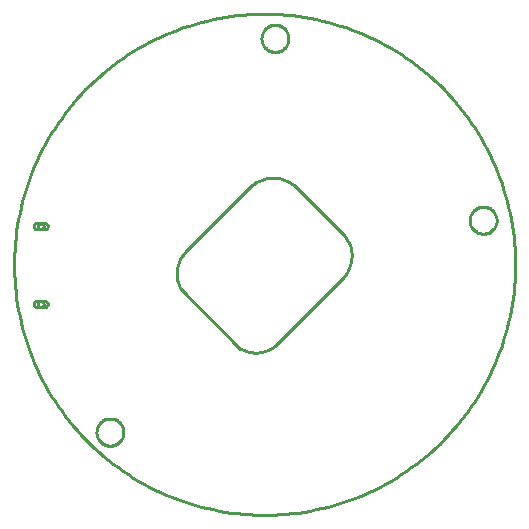
<source format=gbr>
G04 EAGLE Gerber RS-274X export*
G75*
%MOMM*%
%FSLAX34Y34*%
%LPD*%
%IN*%
%IPPOS*%
%AMOC8*
5,1,8,0,0,1.08239X$1,22.5*%
G01*
%ADD10C,0.254000*%


D10*
X425543Y-20939D02*
X425543Y-15733D01*
X425415Y-10529D01*
X425160Y-5329D01*
X424777Y-138D01*
X424267Y5043D01*
X423630Y10210D01*
X422866Y15359D01*
X421976Y20488D01*
X420960Y25594D01*
X419820Y30673D01*
X418555Y35723D01*
X417166Y40740D01*
X415655Y45721D01*
X414022Y50664D01*
X412268Y55566D01*
X410395Y60423D01*
X408403Y65232D01*
X406293Y69991D01*
X404067Y74697D01*
X401727Y79347D01*
X399273Y83938D01*
X396707Y88468D01*
X394031Y92933D01*
X391246Y97331D01*
X388354Y101659D01*
X385356Y105915D01*
X382255Y110097D01*
X379052Y114201D01*
X375750Y118225D01*
X372350Y122167D01*
X368854Y126024D01*
X365264Y129794D01*
X361583Y133475D01*
X357813Y137065D01*
X353956Y140561D01*
X350014Y143961D01*
X345990Y147263D01*
X341886Y150466D01*
X337704Y153567D01*
X333448Y156565D01*
X329120Y159457D01*
X324722Y162242D01*
X320257Y164918D01*
X315727Y167484D01*
X311136Y169938D01*
X306486Y172278D01*
X301780Y174504D01*
X297021Y176614D01*
X292212Y178606D01*
X287355Y180479D01*
X282453Y182233D01*
X277510Y183866D01*
X272529Y185377D01*
X267512Y186766D01*
X262462Y188031D01*
X257383Y189171D01*
X252277Y190187D01*
X247148Y191077D01*
X241999Y191841D01*
X236832Y192478D01*
X231651Y192988D01*
X226460Y193371D01*
X221260Y193626D01*
X216056Y193754D01*
X210850Y193754D01*
X205646Y193626D01*
X200447Y193371D01*
X195255Y192988D01*
X190074Y192478D01*
X184908Y191841D01*
X179758Y191077D01*
X174629Y190187D01*
X169524Y189171D01*
X164444Y188031D01*
X159395Y186766D01*
X154378Y185377D01*
X149396Y183866D01*
X144453Y182233D01*
X139552Y180479D01*
X134695Y178606D01*
X129885Y176614D01*
X125126Y174504D01*
X120420Y172278D01*
X115770Y169938D01*
X111179Y167484D01*
X106650Y164918D01*
X102185Y162242D01*
X97787Y159457D01*
X93458Y156565D01*
X89202Y153567D01*
X85021Y150466D01*
X80917Y147263D01*
X76893Y143961D01*
X72951Y140561D01*
X69094Y137065D01*
X65323Y133475D01*
X61642Y129794D01*
X58053Y126024D01*
X54557Y122167D01*
X51157Y118225D01*
X47854Y114201D01*
X44651Y110097D01*
X41550Y105915D01*
X38553Y101659D01*
X35661Y97331D01*
X32876Y92933D01*
X30199Y88468D01*
X27634Y83938D01*
X25180Y79347D01*
X22839Y74697D01*
X20613Y69991D01*
X18504Y65232D01*
X16512Y60423D01*
X14638Y55566D01*
X12884Y50664D01*
X11251Y45721D01*
X9740Y40740D01*
X8352Y35723D01*
X7087Y30673D01*
X5946Y25594D01*
X4931Y20488D01*
X4041Y15359D01*
X3277Y10210D01*
X2640Y5043D01*
X2129Y-138D01*
X1746Y-5329D01*
X1491Y-10529D01*
X1363Y-15733D01*
X1363Y-20939D01*
X1491Y-26143D01*
X1746Y-31342D01*
X2129Y-36534D01*
X2640Y-41715D01*
X3277Y-46881D01*
X4041Y-52031D01*
X4931Y-57160D01*
X5946Y-62265D01*
X7087Y-67345D01*
X8352Y-72394D01*
X9740Y-77411D01*
X11251Y-82393D01*
X12884Y-87336D01*
X14638Y-92237D01*
X16512Y-97094D01*
X18504Y-101904D01*
X20613Y-106663D01*
X22839Y-111369D01*
X25180Y-116019D01*
X27634Y-120610D01*
X30199Y-125139D01*
X32876Y-129604D01*
X35661Y-134002D01*
X38553Y-138331D01*
X41550Y-142587D01*
X44651Y-146768D01*
X47854Y-150872D01*
X51157Y-154896D01*
X54557Y-158838D01*
X58053Y-162695D01*
X61642Y-166466D01*
X65323Y-170147D01*
X69094Y-173736D01*
X72951Y-177232D01*
X76893Y-180632D01*
X80917Y-183935D01*
X85021Y-187138D01*
X89202Y-190239D01*
X93458Y-193236D01*
X97787Y-196128D01*
X102185Y-198913D01*
X106650Y-201590D01*
X111179Y-204155D01*
X115770Y-206609D01*
X120420Y-208950D01*
X125126Y-211176D01*
X129885Y-213285D01*
X134695Y-215277D01*
X139552Y-217151D01*
X144453Y-218905D01*
X149396Y-220538D01*
X154378Y-222049D01*
X159395Y-223437D01*
X164444Y-224702D01*
X169524Y-225843D01*
X174629Y-226858D01*
X179758Y-227748D01*
X184908Y-228512D01*
X190074Y-229149D01*
X195255Y-229660D01*
X200447Y-230043D01*
X205646Y-230298D01*
X210850Y-230426D01*
X216056Y-230426D01*
X221260Y-230298D01*
X226460Y-230043D01*
X231651Y-229660D01*
X236832Y-229149D01*
X241999Y-228512D01*
X247148Y-227748D01*
X252277Y-226858D01*
X257383Y-225843D01*
X262462Y-224702D01*
X267512Y-223437D01*
X272529Y-222049D01*
X277510Y-220538D01*
X282453Y-218905D01*
X287355Y-217151D01*
X292212Y-215277D01*
X297021Y-213285D01*
X301780Y-211176D01*
X306486Y-208950D01*
X311136Y-206609D01*
X315727Y-204155D01*
X320257Y-201590D01*
X324722Y-198913D01*
X329120Y-196128D01*
X333448Y-193236D01*
X337704Y-190239D01*
X341886Y-187138D01*
X345990Y-183935D01*
X350014Y-180632D01*
X353956Y-177232D01*
X357813Y-173736D01*
X361583Y-170147D01*
X365264Y-166466D01*
X368854Y-162695D01*
X372350Y-158838D01*
X375750Y-154896D01*
X379052Y-150872D01*
X382255Y-146768D01*
X385356Y-142587D01*
X388354Y-138331D01*
X391246Y-134002D01*
X394031Y-129604D01*
X396707Y-125139D01*
X399273Y-120610D01*
X401727Y-116019D01*
X404067Y-111369D01*
X406293Y-106663D01*
X408403Y-101904D01*
X410395Y-97094D01*
X412268Y-92237D01*
X414022Y-87336D01*
X415655Y-82393D01*
X417166Y-77411D01*
X418555Y-72394D01*
X419820Y-67345D01*
X420960Y-62265D01*
X421976Y-57160D01*
X422866Y-52031D01*
X423630Y-46881D01*
X424267Y-41715D01*
X424777Y-36534D01*
X425160Y-31342D01*
X425415Y-26143D01*
X425543Y-20939D01*
X17813Y-52050D02*
X17822Y-52268D01*
X17850Y-52484D01*
X17898Y-52697D01*
X17963Y-52905D01*
X18047Y-53107D01*
X18147Y-53300D01*
X18265Y-53484D01*
X18397Y-53657D01*
X18545Y-53818D01*
X18706Y-53965D01*
X18879Y-54098D01*
X19063Y-54215D01*
X19256Y-54316D01*
X19457Y-54399D01*
X19665Y-54465D01*
X19878Y-54512D01*
X20095Y-54541D01*
X20313Y-54550D01*
X27313Y-54550D01*
X27530Y-54541D01*
X27747Y-54512D01*
X27960Y-54465D01*
X28168Y-54399D01*
X28369Y-54316D01*
X28563Y-54215D01*
X28746Y-54098D01*
X28919Y-53965D01*
X29080Y-53818D01*
X29228Y-53657D01*
X29360Y-53484D01*
X29478Y-53300D01*
X29578Y-53107D01*
X29662Y-52905D01*
X29727Y-52697D01*
X29775Y-52484D01*
X29803Y-52268D01*
X29813Y-52050D01*
X29803Y-51832D01*
X29775Y-51616D01*
X29727Y-51403D01*
X29662Y-51195D01*
X29578Y-50993D01*
X29478Y-50800D01*
X29360Y-50616D01*
X29228Y-50443D01*
X29080Y-50282D01*
X28919Y-50135D01*
X28746Y-50002D01*
X28563Y-49885D01*
X28369Y-49784D01*
X28168Y-49701D01*
X27960Y-49635D01*
X27747Y-49588D01*
X27530Y-49560D01*
X27313Y-49550D01*
X20313Y-49550D01*
X20095Y-49560D01*
X19878Y-49588D01*
X19665Y-49635D01*
X19457Y-49701D01*
X19256Y-49784D01*
X19063Y-49885D01*
X18879Y-50002D01*
X18706Y-50135D01*
X18545Y-50282D01*
X18397Y-50443D01*
X18265Y-50616D01*
X18147Y-50800D01*
X18047Y-50993D01*
X17963Y-51195D01*
X17898Y-51403D01*
X17850Y-51616D01*
X17822Y-51832D01*
X17813Y-52050D01*
X17813Y13950D02*
X17822Y13732D01*
X17850Y13516D01*
X17898Y13303D01*
X17963Y13095D01*
X18047Y12893D01*
X18147Y12700D01*
X18265Y12516D01*
X18397Y12343D01*
X18545Y12182D01*
X18706Y12035D01*
X18879Y11902D01*
X19063Y11785D01*
X19256Y11684D01*
X19457Y11601D01*
X19665Y11535D01*
X19878Y11488D01*
X20095Y11460D01*
X20313Y11450D01*
X27313Y11450D01*
X27530Y11460D01*
X27747Y11488D01*
X27960Y11535D01*
X28168Y11601D01*
X28369Y11684D01*
X28563Y11785D01*
X28746Y11902D01*
X28919Y12035D01*
X29080Y12182D01*
X29228Y12343D01*
X29360Y12516D01*
X29478Y12700D01*
X29578Y12893D01*
X29662Y13095D01*
X29727Y13303D01*
X29775Y13516D01*
X29803Y13732D01*
X29813Y13950D01*
X29803Y14168D01*
X29775Y14384D01*
X29727Y14597D01*
X29662Y14805D01*
X29578Y15007D01*
X29478Y15200D01*
X29360Y15384D01*
X29228Y15557D01*
X29080Y15718D01*
X28919Y15865D01*
X28746Y15998D01*
X28563Y16115D01*
X28369Y16216D01*
X28168Y16299D01*
X27960Y16365D01*
X27747Y16412D01*
X27530Y16441D01*
X27313Y16450D01*
X20313Y16450D01*
X20095Y16441D01*
X19878Y16412D01*
X19665Y16365D01*
X19457Y16299D01*
X19256Y16216D01*
X19063Y16115D01*
X18879Y15998D01*
X18706Y15865D01*
X18545Y15718D01*
X18397Y15557D01*
X18265Y15384D01*
X18147Y15200D01*
X18047Y15007D01*
X17963Y14805D01*
X17898Y14597D01*
X17850Y14384D01*
X17822Y14168D01*
X17813Y13950D01*
X141486Y-38448D02*
X192673Y-89636D01*
X193691Y-90179D01*
X195795Y-91130D01*
X197974Y-91894D01*
X200211Y-92466D01*
X202489Y-92840D01*
X204792Y-93014D01*
X207100Y-92987D01*
X209398Y-92759D01*
X211667Y-92332D01*
X213890Y-91708D01*
X216051Y-90893D01*
X218132Y-89893D01*
X220118Y-88715D01*
X221994Y-87369D01*
X223745Y-85864D01*
X280681Y-29005D01*
X281906Y-27424D01*
X283229Y-25403D01*
X284371Y-23275D01*
X285323Y-21055D01*
X286077Y-18761D01*
X286629Y-16409D01*
X286974Y-14019D01*
X287109Y-11607D01*
X287034Y-9193D01*
X286748Y-6794D01*
X286255Y-4430D01*
X285557Y-2118D01*
X284660Y125D01*
X283572Y2281D01*
X282299Y4334D01*
X280853Y6269D01*
X279243Y8069D01*
X240171Y46984D01*
X238501Y48504D01*
X236565Y49989D01*
X234507Y51300D01*
X232343Y52427D01*
X230089Y53360D01*
X227763Y54094D01*
X225381Y54622D01*
X222962Y54940D01*
X220525Y55047D01*
X218087Y54940D01*
X215669Y54622D01*
X213287Y54094D01*
X210960Y53360D01*
X208706Y52427D01*
X206542Y51300D01*
X204484Y49989D01*
X202549Y48504D01*
X200750Y46856D01*
X148290Y-5604D01*
X148185Y-5703D01*
X146417Y-7530D01*
X144816Y-9503D01*
X143392Y-11609D01*
X142157Y-13831D01*
X141121Y-16152D01*
X140291Y-18554D01*
X139673Y-21020D01*
X139273Y-23530D01*
X139093Y-26065D01*
X139134Y-28606D01*
X139397Y-31135D01*
X139880Y-33630D01*
X140578Y-36074D01*
X141486Y-38448D01*
X409893Y18601D02*
X409822Y17706D01*
X409682Y16818D01*
X409472Y15945D01*
X409194Y15091D01*
X408851Y14261D01*
X408443Y13461D01*
X407974Y12695D01*
X407446Y11968D01*
X406862Y11285D01*
X406227Y10650D01*
X405544Y10067D01*
X404818Y9539D01*
X404052Y9070D01*
X403251Y8662D01*
X402422Y8318D01*
X401567Y8041D01*
X400694Y7831D01*
X399807Y7690D01*
X398912Y7620D01*
X398013Y7620D01*
X397118Y7690D01*
X396231Y7831D01*
X395358Y8041D01*
X394503Y8318D01*
X393674Y8662D01*
X392873Y9070D01*
X392107Y9539D01*
X391381Y10067D01*
X390698Y10650D01*
X390063Y11285D01*
X389479Y11968D01*
X388951Y12695D01*
X388482Y13461D01*
X388074Y14261D01*
X387731Y15091D01*
X387453Y15945D01*
X387243Y16818D01*
X387103Y17706D01*
X387033Y18601D01*
X387033Y19499D01*
X387103Y20395D01*
X387243Y21282D01*
X387453Y22155D01*
X387731Y23009D01*
X388074Y23839D01*
X388482Y24639D01*
X388951Y25405D01*
X389479Y26132D01*
X390063Y26815D01*
X390698Y27450D01*
X391381Y28033D01*
X392107Y28561D01*
X392873Y29030D01*
X393674Y29438D01*
X394503Y29782D01*
X395358Y30059D01*
X396231Y30269D01*
X397118Y30410D01*
X398013Y30480D01*
X398912Y30480D01*
X399807Y30410D01*
X400694Y30269D01*
X401567Y30059D01*
X402422Y29782D01*
X403251Y29438D01*
X404052Y29030D01*
X404818Y28561D01*
X405544Y28033D01*
X406227Y27450D01*
X406862Y26815D01*
X407446Y26132D01*
X407974Y25405D01*
X408443Y24639D01*
X408851Y23839D01*
X409194Y23009D01*
X409472Y22155D01*
X409682Y21282D01*
X409822Y20395D01*
X409893Y19499D01*
X409893Y18601D01*
X233680Y172588D02*
X233610Y171693D01*
X233469Y170806D01*
X233259Y169933D01*
X232982Y169078D01*
X232638Y168249D01*
X232230Y167448D01*
X231761Y166682D01*
X231233Y165956D01*
X230650Y165273D01*
X230015Y164638D01*
X229332Y164054D01*
X228605Y163526D01*
X227839Y163057D01*
X227039Y162649D01*
X226209Y162306D01*
X225355Y162028D01*
X224482Y161818D01*
X223595Y161678D01*
X222699Y161608D01*
X221801Y161608D01*
X220906Y161678D01*
X220018Y161818D01*
X219145Y162028D01*
X218291Y162306D01*
X217461Y162649D01*
X216661Y163057D01*
X215895Y163526D01*
X215168Y164054D01*
X214485Y164638D01*
X213850Y165273D01*
X213267Y165956D01*
X212739Y166682D01*
X212270Y167448D01*
X211862Y168249D01*
X211518Y169078D01*
X211241Y169933D01*
X211031Y170806D01*
X210890Y171693D01*
X210820Y172588D01*
X210820Y173487D01*
X210890Y174382D01*
X211031Y175269D01*
X211241Y176142D01*
X211518Y176997D01*
X211862Y177826D01*
X212270Y178627D01*
X212739Y179393D01*
X213267Y180119D01*
X213850Y180802D01*
X214485Y181437D01*
X215168Y182021D01*
X215895Y182549D01*
X216661Y183018D01*
X217461Y183426D01*
X218291Y183769D01*
X219145Y184047D01*
X220018Y184257D01*
X220906Y184397D01*
X221801Y184468D01*
X222699Y184468D01*
X223595Y184397D01*
X224482Y184257D01*
X225355Y184047D01*
X226209Y183769D01*
X227039Y183426D01*
X227839Y183018D01*
X228605Y182549D01*
X229332Y182021D01*
X230015Y181437D01*
X230650Y180802D01*
X231233Y180119D01*
X231761Y179393D01*
X232230Y178627D01*
X232638Y177826D01*
X232982Y176997D01*
X233259Y176142D01*
X233469Y175269D01*
X233610Y174382D01*
X233680Y173487D01*
X233680Y172588D01*
X93980Y-160787D02*
X93910Y-161682D01*
X93769Y-162569D01*
X93559Y-163442D01*
X93282Y-164297D01*
X92938Y-165126D01*
X92530Y-165927D01*
X92061Y-166693D01*
X91533Y-167419D01*
X90950Y-168102D01*
X90315Y-168737D01*
X89632Y-169321D01*
X88905Y-169849D01*
X88139Y-170318D01*
X87339Y-170726D01*
X86509Y-171069D01*
X85655Y-171347D01*
X84782Y-171557D01*
X83895Y-171697D01*
X82999Y-171768D01*
X82101Y-171768D01*
X81206Y-171697D01*
X80318Y-171557D01*
X79445Y-171347D01*
X78591Y-171069D01*
X77761Y-170726D01*
X76961Y-170318D01*
X76195Y-169849D01*
X75468Y-169321D01*
X74785Y-168737D01*
X74150Y-168102D01*
X73567Y-167419D01*
X73039Y-166693D01*
X72570Y-165927D01*
X72162Y-165126D01*
X71818Y-164297D01*
X71541Y-163442D01*
X71331Y-162569D01*
X71190Y-161682D01*
X71120Y-160787D01*
X71120Y-159888D01*
X71190Y-158993D01*
X71331Y-158106D01*
X71541Y-157233D01*
X71818Y-156378D01*
X72162Y-155549D01*
X72570Y-154748D01*
X73039Y-153982D01*
X73567Y-153256D01*
X74150Y-152573D01*
X74785Y-151938D01*
X75468Y-151354D01*
X76195Y-150826D01*
X76961Y-150357D01*
X77761Y-149949D01*
X78591Y-149606D01*
X79445Y-149328D01*
X80318Y-149118D01*
X81206Y-148978D01*
X82101Y-148908D01*
X82999Y-148908D01*
X83895Y-148978D01*
X84782Y-149118D01*
X85655Y-149328D01*
X86509Y-149606D01*
X87339Y-149949D01*
X88139Y-150357D01*
X88905Y-150826D01*
X89632Y-151354D01*
X90315Y-151938D01*
X90950Y-152573D01*
X91533Y-153256D01*
X92061Y-153982D01*
X92530Y-154748D01*
X92938Y-155549D01*
X93282Y-156378D01*
X93559Y-157233D01*
X93769Y-158106D01*
X93910Y-158993D01*
X93980Y-159888D01*
X93980Y-160787D01*
X23616Y11450D02*
X23227Y11512D01*
X22853Y11633D01*
X22502Y11812D01*
X22184Y12043D01*
X21906Y12321D01*
X21674Y12640D01*
X21496Y12990D01*
X21374Y13365D01*
X21313Y13753D01*
X21313Y14147D01*
X21374Y14535D01*
X21496Y14910D01*
X21674Y15260D01*
X21906Y15579D01*
X22184Y15857D01*
X22502Y16088D01*
X22853Y16267D01*
X23227Y16388D01*
X23616Y16450D01*
X24009Y16450D01*
X24398Y16388D01*
X24772Y16267D01*
X25123Y16088D01*
X25441Y15857D01*
X25719Y15579D01*
X25951Y15260D01*
X26129Y14910D01*
X26251Y14535D01*
X26313Y14147D01*
X26313Y13753D01*
X26251Y13365D01*
X26129Y12990D01*
X25951Y12640D01*
X25719Y12321D01*
X25441Y12043D01*
X25123Y11812D01*
X24772Y11633D01*
X24398Y11512D01*
X24009Y11450D01*
X23616Y11450D01*
X23616Y-54550D02*
X23227Y-54488D01*
X22853Y-54367D01*
X22502Y-54188D01*
X22184Y-53957D01*
X21906Y-53679D01*
X21674Y-53360D01*
X21496Y-53010D01*
X21374Y-52635D01*
X21313Y-52247D01*
X21313Y-51853D01*
X21374Y-51465D01*
X21496Y-51090D01*
X21674Y-50740D01*
X21906Y-50421D01*
X22184Y-50143D01*
X22502Y-49912D01*
X22853Y-49733D01*
X23227Y-49612D01*
X23616Y-49550D01*
X24009Y-49550D01*
X24398Y-49612D01*
X24772Y-49733D01*
X25123Y-49912D01*
X25441Y-50143D01*
X25719Y-50421D01*
X25951Y-50740D01*
X26129Y-51090D01*
X26251Y-51465D01*
X26313Y-51853D01*
X26313Y-52247D01*
X26251Y-52635D01*
X26129Y-53010D01*
X25951Y-53360D01*
X25719Y-53679D01*
X25441Y-53957D01*
X25123Y-54188D01*
X24772Y-54367D01*
X24398Y-54488D01*
X24009Y-54550D01*
X23616Y-54550D01*
M02*

</source>
